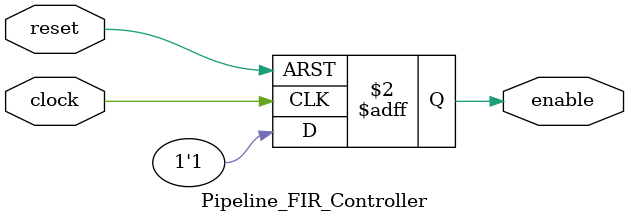
<source format=v>
/*----------------------------------------------------------------------------------------------------
Name Lamin Jammeh
CLass: EE417 Summer 2024
FINAL PROJECT: Controller
Group: Ron Kalin/ Lamin Jammeh
Project Description: The Controller module drives the enable signal. This signal will enable the
computation of the FIR_MAC
-----------------------------------------------------------------------------------------------------*/

module Pipeline_FIR_Controller (
										  input clock,
										  input reset,
										  output reg enable
										 );

// Control logic for the FIR filter
always @ (posedge clock or posedge reset) 
begin
	if (reset)
		begin
        enable <= 0;
		end 
		else 
		begin
        enable <= 1;
		end
end

endmodule

</source>
